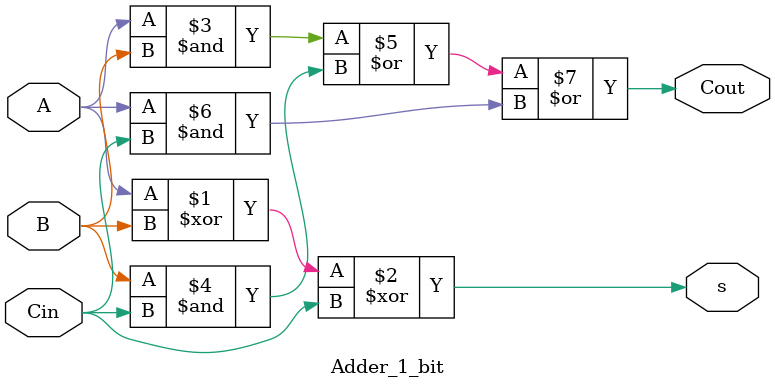
<source format=v>
`timescale 1ns / 1ps


module Adder_1_bit(
    input A,
    input B,
    input Cin,
    output s,
    output Cout
    );
    
    assign s = A^B^Cin;
    assign Cout = (A & B)|(B & Cin)|(A & Cin);
endmodule
</source>
